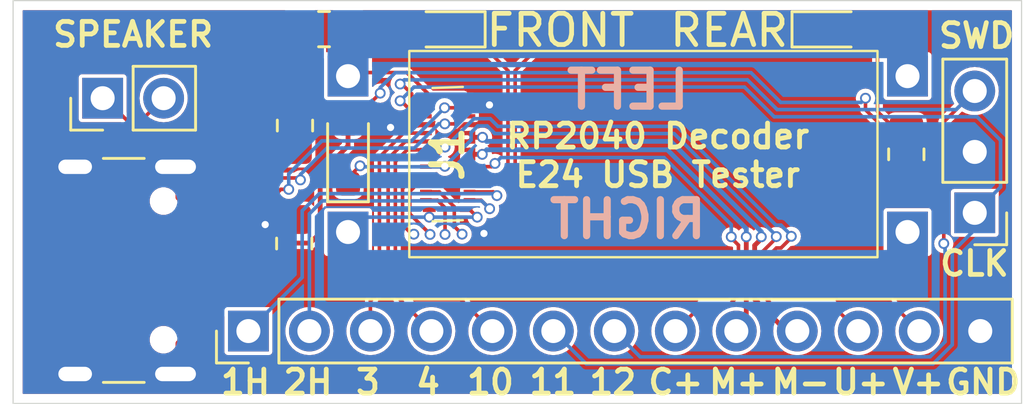
<source format=kicad_pcb>
(kicad_pcb (version 20240108) (generator "pcbnew") (generator_version "8.0")
  (layers (0 "F.Cu" signal) (31 "B.Cu" signal) (34 "B.Paste" user) (35 "F.Paste" user) (36 "B.SilkS" user "B.Silkscreen") (37 "F.SilkS" user "F.Silkscreen") (38 "B.Mask" user) (39 "F.Mask" user) (44 "Edge.Cuts" user))
  (net 0 "")
  (net 1 "+5V")
  (net 2 "GND")
  (net 3 "/D+")
  (net 4 "/D-")
  (net 5 "Net-(P1-CC2)")
  (net 7 "Net-(P1-CC1)")
  (net 9 "VDC")
  (net 10 "/TRACK_RIGHT")
  (net 11 "/MOTOR_B")
  (net 12 "/CAP+")
  (net 13 "/MOTOR_A")
  (net 14 "/AUX1 (VDC)")
  (net 15 "/LAMP_REAR")
  (net 16 "/LAMP_FRONT")
  (net 17 "/AUX2 (VDC)")
  (net 18 "/TRACK_LEFT")
  (net 19 "Net-(D2-A)")
  (net 20 "Net-(D3-A)")
  (net 21 "/AUX7 (VDC)")
  (net 22 "/AUX3")
  (net 23 "/AUX4")
  (net 24 "/AUX6 (VDC)")
  (net 25 "/AUX10")
  (net 26 "/AUX5 (VDC)")
  (net 27 "VCC")
  (net 28 "/AUX8 (VDC)")
  (net 29 "/AUX12")
  (net 30 "/AUX11")
  (footprint "Resistor_SMD:R_0805_2012Metric_Pad1.20x1.40mm_HandSolder" (layer "F.Cu") (at 151.51 85.68 90)
    (property "Reference" "R2" (hide yes))
    (property "Value" "5.1K" (hide yes))
    (fp_line (start -0.227064 -0.735) (end 0.227064 -0.735) (stroke (width 0.12)) (layer "F.SilkS"))
    (fp_line (start -0.227064 0.735) (end 0.227064 0.735) (stroke (width 0.12)) (layer "F.SilkS"))
    (pad "1" smd roundrect (at -1 0 90) (size 1.2 1.4) (layers "F.Cu" "F.Paste" "F.Mask") (roundrect_rratio 0.208333) (net 2 "GND"))
    (pad "2" smd roundrect (at 1 0 90) (size 1.2 1.4) (layers "F.Cu" "F.Paste" "F.Mask") (roundrect_rratio 0.208333) (net 5 "Net-(P1-CC2)"))
  )
  (footprint "Resistor_SMD:R_0805_2012Metric_Pad1.20x1.40mm_HandSolder" (layer "F.Cu") (at 152.75 76.74)
    (property "Reference" "R3" (hide yes))
    (property "Value" "220R" (hide yes))
    (fp_line (start -0.227064 -0.735) (end 0.227064 -0.735) (stroke (width 0.12)) (layer "F.SilkS"))
    (fp_line (start -0.227064 0.735) (end 0.227064 0.735) (stroke (width 0.12)) (layer "F.SilkS"))
    (pad "1" smd roundrect (at -1 0) (size 1.2 1.4) (layers "F.Cu" "F.Paste" "F.Mask") (roundrect_rratio 0.208333) (net 1 "+5V"))
    (pad "2" smd roundrect (at 1 0) (size 1.2 1.4) (layers "F.Cu" "F.Paste" "F.Mask") (roundrect_rratio 0.208333) (net 19 "Net-(D2-A)"))
  )
  (footprint "Resistor_SMD:R_0805_2012Metric_Pad1.20x1.40mm_HandSolder" (layer "F.Cu") (at 151.54 80.76 90)
    (property "Reference" "R1" (hide yes))
    (property "Value" "5.1K" (hide yes))
    (fp_line (start -0.227064 -0.735) (end 0.227064 -0.735) (stroke (width 0.12)) (layer "F.SilkS"))
    (fp_line (start -0.227064 0.735) (end 0.227064 0.735) (stroke (width 0.12)) (layer "F.SilkS"))
    (pad "1" smd roundrect (at -1 0 90) (size 1.2 1.4) (layers "F.Cu" "F.Paste" "F.Mask") (roundrect_rratio 0.208333) (net 7 "Net-(P1-CC1)"))
    (pad "2" smd roundrect (at 1 0 90) (size 1.2 1.4) (layers "F.Cu" "F.Paste" "F.Mask") (roundrect_rratio 0.208333) (net 2 "GND"))
  )
  (footprint "Connector_PinHeader_2.54mm:PinHeader_1x03_P2.54mm_Vertical" (layer "F.Cu") (at 179.85 84.4 180)
    (property "Reference" "J2" (hide yes))
    (property "Value" "SWD" (hide yes))
    (fp_line (start 1.33 1.27) (end 1.33 6.41) (stroke (width 0.12)) (layer "F.SilkS"))
    (fp_line (start -1.33 6.41) (end 1.33 6.41) (stroke (width 0.12)) (layer "F.SilkS"))
    (fp_line (start -1.33 1.27) (end 1.33 1.27) (stroke (width 0.12)) (layer "F.SilkS"))
    (fp_line (start -1.33 1.27) (end -1.33 6.41) (stroke (width 0.12)) (layer "F.SilkS"))
    (fp_line (start -1.33 0) (end -1.33 -1.33) (stroke (width 0.12)) (layer "F.SilkS"))
    (fp_line (start -1.33 -1.33) (end 0 -1.33) (stroke (width 0.12)) (layer "F.SilkS"))
    (pad "1" thru_hole rect (at 0 0 180) (size 1.7 1.7) (drill 1) (layers "*.Cu" "*.Mask") (net 30 "/AUX11"))
    (pad "2" thru_hole oval (at 0 2.54 180) (size 1.7 1.7) (drill 1) (layers "*.Cu" "*.Mask") (net 2 "GND"))
    (pad "3" thru_hole oval (at 0 5.08 180) (size 1.7 1.7) (drill 1) (layers "*.Cu" "*.Mask") (net 29 "/AUX12"))
  )
  (footprint "Connector_PinHeader_2.54mm:PinHeader_1x02_P2.54mm_Vertical" (layer "F.Cu") (at 143.53 79.62 90)
    (property "Reference" "J3" (hide yes))
    (property "Value" "SPEAKER" (hide yes))
    (fp_line (start -1.33 -1.33) (end 0 -1.33) (stroke (width 0.12)) (layer "F.SilkS"))
    (fp_line (start -1.33 0) (end -1.33 -1.33) (stroke (width 0.12)) (layer "F.SilkS"))
    (fp_line (start 1.33 1.27) (end 1.33 3.87) (stroke (width 0.12)) (layer "F.SilkS"))
    (fp_line (start -1.33 1.27) (end 1.33 1.27) (stroke (width 0.12)) (layer "F.SilkS"))
    (fp_line (start -1.33 1.27) (end -1.33 3.87) (stroke (width 0.12)) (layer "F.SilkS"))
    (fp_line (start -1.33 3.87) (end 1.33 3.87) (stroke (width 0.12)) (layer "F.SilkS"))
    (pad "1" thru_hole rect (at 0 0 90) (size 1.7 1.7) (drill 1) (layers "*.Cu" "*.Mask") (net 3 "/D+"))
    (pad "2" thru_hole oval (at 0 2.54 90) (size 1.7 1.7) (drill 1) (layers "*.Cu" "*.Mask") (net 4 "/D-"))
  )
  (footprint "Diode_SMD:D_SOD-323_HandSoldering" (layer "F.Cu") (at 153.75 81.93 90)
    (property "Reference" "D1" (hide yes))
    (property "Value" "Backflow Diode" (hide yes))
    (fp_line (start -2.01 -0.85) (end 1.25 -0.85) (stroke (width 0.12)) (layer "F.SilkS"))
    (fp_line (start -2.01 -0.85) (end -2.01 0.85) (stroke (width 0.12)) (layer "F.SilkS"))
    (fp_line (start -2.01 0.85) (end 1.25 0.85) (stroke (width 0.12)) (layer "F.SilkS"))
    (pad "1" smd roundrect (at -1.25 0 90) (size 1 1) (layers "F.Cu" "F.Paste" "F.Mask") (net 9 "VDC"))
    (pad "2" smd roundrect (at 1.25 0 90) (size 1 1) (layers "F.Cu" "F.Paste" "F.Mask") (net 1 "+5V"))
  )
  (footprint "LED_SMD:LED_0603_1608Metric_Pad1.05x0.95mm_HandSolder" (layer "F.Cu") (at 173.9 76.75)
    (property "Reference" "D3" (hide yes))
    (property "Value" "LAMP_REAR" (hide yes))
    (fp_line (start -1.66 -0.735) (end -1.66 0.735) (stroke (width 0.12)) (layer "F.SilkS"))
    (fp_line (start -1.66 0.735) (end 0.8 0.735) (stroke (width 0.12)) (layer "F.SilkS"))
    (fp_line (start 0.8 -0.735) (end -1.66 -0.735) (stroke (width 0.12)) (layer "F.SilkS"))
    (pad "1" smd roundrect (at -0.875 0) (size 1.05 0.95) (layers "F.Cu" "F.Paste" "F.Mask") (net 15 "/LAMP_REAR"))
    (pad "2" smd roundrect (at 0.875 0) (size 1.05 0.95) (layers "F.Cu" "F.Paste" "F.Mask") (net 20 "Net-(D3-A)"))
  )
  (footprint "Connector_PinHeader_2.54mm:PinHeader_1x13_P2.54mm_Vertical" (layer "F.Cu") (at 149.6 89.33 90)
    (property "Reference" "J4" (hide yes))
    (property "Value" "MISC1" (hide yes))
    (fp_line (start -1.33 -1.33) (end 0 -1.33) (stroke (width 0.12)) (layer "F.SilkS"))
    (fp_line (start -1.33 0) (end -1.33 -1.33) (stroke (width 0.12)) (layer "F.SilkS"))
    (fp_line (start 1.33 1.27) (end 1.33 31.81) (stroke (width 0.12)) (layer "F.SilkS"))
    (fp_line (start -1.33 1.27) (end 1.33 1.27) (stroke (width 0.12)) (layer "F.SilkS"))
    (fp_line (start -1.33 1.27) (end -1.33 31.81) (stroke (width 0.12)) (layer "F.SilkS"))
    (fp_line (start -1.33 31.81) (end 1.33 31.81) (stroke (width 0.12)) (layer "F.SilkS"))
    (pad "1" thru_hole rect (at 0 0 90) (size 1.7 1.7) (drill 1) (layers "*.Cu" "*.Mask") (net 14 "/AUX1 (VDC)"))
    (pad "2" thru_hole oval (at 0 2.54 90) (size 1.7 1.7) (drill 1) (layers "*.Cu" "*.Mask") (net 17 "/AUX2 (VDC)"))
    (pad "3" thru_hole oval (at 0 5.08 90) (size 1.7 1.7) (drill 1) (layers "*.Cu" "*.Mask") (net 22 "/AUX3"))
    (pad "4" thru_hole oval (at 0 7.62 90) (size 1.7 1.7) (drill 1) (layers "*.Cu" "*.Mask") (net 23 "/AUX4"))
    (pad "5" thru_hole oval (at 0 10.16 90) (size 1.7 1.7) (drill 1) (layers "*.Cu" "*.Mask") (net 25 "/AUX10"))
    (pad "6" thru_hole oval (at 0 12.7 90) (size 1.7 1.7) (drill 1) (layers "*.Cu" "*.Mask") (net 30 "/AUX11"))
    (pad "7" thru_hole oval (at 0 15.24 90) (size 1.7 1.7) (drill 1) (layers "*.Cu" "*.Mask") (net 29 "/AUX12"))
    (pad "8" thru_hole oval (at 0 17.78 90) (size 1.7 1.7) (drill 1) (layers "*.Cu" "*.Mask") (net 12 "/CAP+"))
    (pad "9" thru_hole oval (at 0 20.32 90) (size 1.7 1.7) (drill 1) (layers "*.Cu" "*.Mask") (net 13 "/MOTOR_A"))
    (pad "10" thru_hole oval (at 0 22.86 90) (size 1.7 1.7) (drill 1) (layers "*.Cu" "*.Mask") (net 11 "/MOTOR_B"))
    (pad "11" thru_hole oval (at 0 25.4 90) (size 1.7 1.7) (drill 1) (layers "*.Cu" "*.Mask") (net 9 "VDC"))
    (pad "12" thru_hole oval (at 0 27.94 90) (size 1.7 1.7) (drill 1) (layers "*.Cu" "*.Mask") (net 27 "VCC"))
    (pad "13" thru_hole oval (at 0 30.48 90) (size 1.7 1.7) (drill 1) (layers "*.Cu" "*.Mask") (net 2 "GND"))
  )
  (footprint "Connector_USB:USB_C_Receptacle_GCT_USB4105-xx-A_16P_TopMnt_Horizontal" (layer "F.Cu") (at 143.46 86.8 -90)
    (property "Reference" "P1" (hide yes))
    (property "Value" "USB_C_Receptacle_USB2.0_16P" (hide yes))
    (fp_line (start -4.67 -0.1) (end -4.67 -1.8) (stroke (width 0.12)) (layer "F.SilkS"))
    (fp_line (start 4.67 -0.1) (end 4.67 -1.8) (stroke (width 0.12)) (layer "F.SilkS"))
    (pad "" np_thru_hole circle (at -2.89 -2.605 270) (size 0.65 0.65) (drill 0.65) (layers "F&B.Cu" "*.Mask"))
    (pad "" np_thru_hole circle (at 2.89 -2.605 270) (size 0.65 0.65) (drill 0.65) (layers "F&B.Cu" "*.Mask"))
    (pad "A1" smd roundrect (at -3.2 -3.68 270) (size 0.6 1.15) (layers "F.Cu" "F.Paste" "F.Mask") (net 2 "GND"))
    (pad "A4" smd roundrect (at -2.4 -3.68 270) (size 0.6 1.15) (layers "F.Cu" "F.Paste" "F.Mask") (net 1 "+5V"))
    (pad "A5" smd roundrect (at -1.25 -3.68 270) (size 0.3 1.15) (layers "F.Cu" "F.Paste" "F.Mask") (net 7 "Net-(P1-CC1)"))
    (pad "A6" smd roundrect (at -0.25 -3.68 270) (size 0.3 1.15) (layers "F.Cu" "F.Paste" "F.Mask") (net 3 "/D+"))
    (pad "A7" smd roundrect (at 0.25 -3.68 270) (size 0.3 1.15) (layers "F.Cu" "F.Paste" "F.Mask") (net 4 "/D-"))
    (pad "A8" smd roundrect (at 1.25 -3.68 270) (size 0.3 1.15) (layers "F.Cu" "F.Paste" "F.Mask"))
    (pad "A9" smd roundrect (at 2.4 -3.68 270) (size 0.6 1.15) (layers "F.Cu" "F.Paste" "F.Mask") (net 1 "+5V"))
    (pad "A12" smd roundrect (at 3.2 -3.68 270) (size 0.6 1.15) (layers "F.Cu" "F.Paste" "F.Mask") (net 2 "GND"))
    (pad "B1" smd roundrect (at 3.2 -3.68 270) (size 0.6 1.15) (layers "F.Cu" "F.Paste" "F.Mask") (net 2 "GND"))
    (pad "B4" smd roundrect (at 2.4 -3.68 270) (size 0.6 1.15) (layers "F.Cu" "F.Paste" "F.Mask") (net 1 "+5V"))
    (pad "B5" smd roundrect (at 1.75 -3.68 270) (size 0.3 1.15) (layers "F.Cu" "F.Paste" "F.Mask") (net 5 "Net-(P1-CC2)"))
    (pad "B6" smd roundrect (at 0.75 -3.68 270) (size 0.3 1.15) (layers "F.Cu" "F.Paste" "F.Mask") (net 3 "/D+"))
    (pad "B7" smd roundrect (at -0.75 -3.68 270) (size 0.3 1.15) (layers "F.Cu" "F.Paste" "F.Mask") (net 4 "/D-"))
    (pad "B8" smd roundrect (at -1.75 -3.68 270) (size 0.3 1.15) (layers "F.Cu" "F.Paste" "F.Mask"))
    (pad "B9" smd roundrect (at -2.4 -3.68 270) (size 0.6 1.15) (layers "F.Cu" "F.Paste" "F.Mask") (net 1 "+5V"))
    (pad "B12" smd roundrect (at -3.2 -3.68 270) (size 0.6 1.15) (layers "F.Cu" "F.Paste" "F.Mask") (net 2 "GND"))
    (pad "S1" thru_hole oval (at -4.32 -3.105 270) (size 1 2.1) (drill oval 0.6 1.7) (layers "*.Cu" "*.Mask" "F.Paste") (net 2 "GND"))
    (pad "S1" thru_hole oval (at -4.32 1.075 270) (size 1 1.8) (drill oval 0.6 1.4) (layers "*.Cu" "*.Mask" "F.Paste") (net 2 "GND"))
    (pad "S1" thru_hole oval (at 4.32 -3.105 270) (size 1 2.1) (drill oval 0.6 1.7) (layers "*.Cu" "*.Mask" "F.Paste") (net 2 "GND"))
    (pad "S1" thru_hole oval (at 4.32 1.075 270) (size 1 1.8) (drill oval 0.6 1.4) (layers "*.Cu" "*.Mask" "F.Paste") (net 2 "GND"))
  )
  (footprint "Resistor_SMD:R_0805_2012Metric_Pad1.20x1.40mm_HandSolder" (layer "F.Cu") (at 177 81.96 90)
    (property "Reference" "R4" (hide yes))
    (property "Value" "220R" (hide yes))
    (fp_line (start -0.227064 -0.735) (end 0.227064 -0.735) (stroke (width 0.12)) (layer "F.SilkS"))
    (fp_line (start -0.227064 0.735) (end 0.227064 0.735) (stroke (width 0.12)) (layer "F.SilkS"))
    (pad "1" smd roundrect (at -1 0 90) (size 1.2 1.4) (layers "F.Cu" "F.Paste" "F.Mask") (roundrect_rratio 0.208333) (net 1 "+5V"))
    (pad "2" smd roundrect (at 1 0 90) (size 1.2 1.4) (layers "F.Cu" "F.Paste" "F.Mask") (roundrect_rratio 0.208333) (net 20 "Net-(D3-A)"))
  )
  (footprint "Local Library:5050702422" (layer "F.Cu") (at 157.9 81.95 -90)
    (property "Reference" "J1" (at 0 0.001 90) (layer "F.SilkS") (effects (font (size 1.27 1.27) (thickness 0.254))))
    (property "Value" "505070-2422" (hide yes))
    (fp_line (start -2.8 -0.63) (end -2.755 0.63) (stroke (width 0.1)) (layer "F.SilkS"))
    (fp_line (start 2.755 -0.63) (end 2.8 0.63) (stroke (width 0.1)) (layer "F.SilkS"))
    (pad "1" smd rect (at -1.925 -0.907 270) (size 0.18 0.485) (layers "F.Cu" "F.Paste" "F.Mask") (net 3 "/D+"))
    (pad "2" smd rect (at -1.575 -0.907 270) (size 0.18 0.485) (layers "F.Cu" "F.Paste" "F.Mask") (net 4 "/D-"))
    (pad "3" smd rect (at -1.225 -0.907 270) (size 0.18 0.485) (layers "F.Cu" "F.Paste" "F.Mask") (net 2 "GND"))
    (pad "4" smd rect (at -0.875 -0.907 270) (size 0.18 0.485) (layers "F.Cu" "F.Paste" "F.Mask") (net 11 "/MOTOR_B"))
    (pad "5" smd rect (at -0.525 -0.907 270) (size 0.18 0.485) (layers "F.Cu" "F.Paste" "F.Mask") (net 11 "/MOTOR_B"))
    (pad "6" smd rect (at -0.175 -0.907 270) (size 0.18 0.485) (layers "F.Cu" "F.Paste" "F.Mask") (net 13 "/MOTOR_A"))
    (pad "7" smd rect (at 0.175 -0.907 270) (size 0.18 0.485) (layers "F.Cu" "F.Paste" "F.Mask") (net 13 "/MOTOR_A"))
    (pad "8" smd rect (at 0.525 -0.907 270) (size 0.18 0.485) (layers "F.Cu" "F.Paste" "F.Mask") (net 12 "/CAP+"))
    (pad "9" smd rect (at 0.875 -0.907 270) (size 0.18 0.485) (layers "F.Cu" "F.Paste" "F.Mask") (net 16 "/LAMP_FRONT"))
    (pad "10" smd rect (at 1.225 -0.907 270) (size 0.18 0.485) (layers "F.Cu" "F.Paste" "F.Mask") (net 15 "/LAMP_REAR"))
    (pad "11" smd rect (at 1.575 -0.907 270) (size 0.18 0.485) (layers "F.Cu" "F.Paste" "F.Mask") (net 14 "/AUX1 (VDC)"))
    (pad "12" smd rect (at 1.925 -0.907 270) (size 0.18 0.485) (layers "F.Cu" "F.Paste" "F.Mask") (net 17 "/AUX2 (VDC)"))
    (pad "13" smd rect (at 1.925 0.908 270) (size 0.18 0.485) (layers "F.Cu" "F.Paste" "F.Mask") (net 28 "/AUX8 (VDC)"))
    (pad "14" smd rect (at 1.575 0.908 270) (size 0.18 0.485) (layers "F.Cu" "F.Paste" "F.Mask") (net 21 "/AUX7 (VDC)"))
    (pad "15" smd rect (at 1.225 0.908 270) (size 0.18 0.485) (layers "F.Cu" "F.Paste" "F.Mask") (net 24 "/AUX6 (VDC)"))
    (pad "16" smd rect (at 0.875 0.908 270) (size 0.18 0.485) (layers "F.Cu" "F.Paste" "F.Mask") (net 26 "/AUX5 (VDC)"))
    (pad "17" smd rect (at 0.525 0.908 270) (size 0.18 0.485) (layers "F.Cu" "F.Paste" "F.Mask") (net 9 "VDC"))
    (pad "18" smd rect (at 0.175 0.908 270) (size 0.18 0.485) (layers "F.Cu" "F.Paste" "F.Mask") (net 27 "VCC"))
    (pad "19" smd rect (at -0.175 0.908 270) (size 0.18 0.485) (layers "F.Cu" "F.Paste" "F.Mask") (net 25 "/AUX10"))
    (pad "20" smd rect (at -0.525 0.908 270) (size 0.18 0.485) (layers "F.Cu" "F.Paste" "F.Mask") (net 23 "/AUX4"))
    (pad "21" smd rect (at -0.875 0.908 270) (size 0.18 0.485) (layers "F.Cu" "F.Paste" "F.Mask") (net 22 "/AUX3"))
    (pad "22" smd rect (at -1.225 0.908 270) (size 0.18 0.485) (layers "F.Cu" "F.Paste" "F.Mask") (net 2 "GND"))
    (pad "23" smd rect (at -1.575 0.908 270) (size 0.18 0.485) (layers "F.Cu" "F.Paste" "F.Mask") (net 30 "/AUX11"))
    (pad "24" smd rect (at -1.925 0.908 270) (size 0.18 0.485) (layers "F.Cu" "F.Paste" "F.Mask") (net 29 "/AUX12"))
    (pad "X1A" smd rect (at -2.3 -0.768 270) (size 0.23 0.535) (layers "F.Cu" "F.Paste" "F.Mask") (net 18 "/TRACK_LEFT"))
    (pad "X1B" smd rect (at -2.3 0.768 270) (size 0.23 0.535) (layers "F.Cu" "F.Paste" "F.Mask") (net 18 "/TRACK_LEFT"))
    (pad "X2A" smd rect (at 2.3 -0.768 270) (size 0.23 0.535) (layers "F.Cu" "F.Paste" "F.Mask") (net 10 "/TRACK_RIGHT"))
    (pad "X2B" smd rect (at 2.3 0.768 270) (size 0.23 0.535) (layers "F.Cu" "F.Paste" "F.Mask") (net 10 "/TRACK_RIGHT"))
  )
  (footprint "LED_SMD:LED_0603_1608Metric_Pad1.05x0.95mm_HandSolder" (layer "F.Cu") (at 157.8 76.75 180)
    (property "Reference" "D2" (hide yes))
    (property "Value" "LAMP_FRONT" (hide yes))
    (fp_line (start 0.8 -0.735) (end -1.66 -0.735) (stroke (width 0.12)) (layer "F.SilkS"))
    (fp_line (start -1.66 0.735) (end 0.8 0.735) (stroke (width 0.12)) (layer "F.SilkS"))
    (fp_line (start -1.66 -0.735) (end -1.66 0.735) (stroke (width 0.12)) (layer "F.SilkS"))
    (pad "1" smd roundrect (at -0.875 0 180) (size 1.05 0.95) (layers "F.Cu" "F.Paste" "F.Mask") (net 16 "/LAMP_FRONT"))
    (pad "2" smd roundrect (at 0.875 0 180) (size 1.05 0.95) (layers "F.Cu" "F.Paste" "F.Mask") (net 19 "Net-(D2-A)"))
  )
  (footprint "Local Library:N_Gauge_Rail" (layer "B.Cu") (at 165.4 81.95 180)
    (property "Reference" "J8" (hide yes))
    (property "Value" "RAIL_PADS" (hide yes))
    (fp_text user "RIGHT" (at 0 -3.6 0) (layer "B.SilkS") (effects (font (size 1.5 1.5) (thickness 0.3) (bold yes)) (justify bottom mirror)))
    (fp_text user "LEFT" (at 0 1.8 0) (layer "B.SilkS") (effects (font (size 1.5 1.5) (thickness 0.3) (bold yes)) (justify bottom mirror)))
    (pad "1" thru_hole rect (at -11.65 3.25 180) (size 1.7 1.7) (drill 1) (layers "*.Cu" "*.Mask") (net 18 "/TRACK_LEFT"))
    (pad "1" smd custom (at 0 5 180) (size 25 2) (layers "B.Cu" "B.Mask") (net 18 "/TRACK_LEFT") (options (clearance outline) (anchor rect)) (primitives))
    (pad "1" thru_hole rect (at 11.65 3.25 180) (size 1.7 1.7) (drill 1) (layers "*.Cu" "*.Mask") (net 18 "/TRACK_LEFT"))
    (pad "2" thru_hole rect (at -11.65 -3.25 180) (size 1.7 1.7) (drill 1) (layers "*.Cu" "*.Mask") (net 10 "/TRACK_RIGHT"))
    (pad "2" smd custom (at 0 -5 180) (size 25 2) (layers "B.Cu" "B.Mask") (net 10 "/TRACK_RIGHT") (options (clearance outline) (anchor rect)) (primitives))
    (pad "2" thru_hole rect (at 11.65 -3.25 180) (size 1.7 1.7) (drill 1) (layers "*.Cu" "*.Mask") (net 10 "/TRACK_RIGHT"))
  )
  (gr_rect (start 156.3 77.65) (end 175.8 86.25) (stroke (width 0.1)) (fill none) (layer "F.SilkS"))
  (gr_rect (start 139.8 75.55) (end 181.8 92.35) (stroke (width 0.05)) (fill none) (layer "Edge.Cuts"))
  (gr_text "U+" (at 175.1 92.05 0) (layer "F.SilkS") (effects (font (size 1 1) (thickness 0.2) (bold yes)) (justify bottom)))
  (gr_text "M-" (at 172.6 92.05 0) (layer "F.SilkS") (effects (font (size 1 1) (thickness 0.2) (bold yes)) (justify bottom)))
  (gr_text "SPEAKER" (at 144.8 77.55 0) (layer "F.SilkS") (effects (font (size 1 1) (thickness 0.2) (bold yes)) (justify bottom)))
  (gr_text "C+" (at 167.4 92.05 0) (layer "F.SilkS") (effects (font (size 1 1) (thickness 0.2) (bold yes)) (justify bottom)))
  (gr_text "10" (at 159.68 92.05 0) (layer "F.SilkS") (effects (font (size 1 1) (thickness 0.2) (bold yes)) (justify bottom)))
  (gr_text "RP2040 Decoder\nE24 USB Tester" (at 166.65 83.4 0) (layer "F.SilkS") (effects (font (size 1 1) (thickness 0.2) (bold yes)) (justify bottom)))
  (gr_text "3" (at 154.58 92.05 0) (layer "F.SilkS") (effects (font (size 1 1) (thickness 0.2) (bold yes)) (justify bottom)))
  (gr_text "V+" (at 177.5 92.05 0) (layer "F.SilkS") (effects (font (size 1 1) (thickness 0.2) (bold yes)) (justify bottom)))
  (gr_text "2H" (at 152.08 92.05 0) (layer "F.SilkS") (effects (font (size 1 1) (thickness 0.2) (bold yes)) (justify bottom)))
  (gr_text "12" (at 164.78 92.05 0) (layer "F.SilkS") (effects (font (size 1 1) (thickness 0.2) (bold yes)) (justify bottom)))
  (gr_text "SWD" (at 178.25 77.6 0) (layer "F.SilkS") (effects (font (size 1 1) (thickness 0.2) (bold yes)) (justify left bottom)))
  (gr_text "GND" (at 180.2 92.05 0) (layer "F.SilkS") (effects (font (size 1 1) (thickness 0.2) (bold yes)) (justify bottom)))
  (gr_text "REAR" (at 172.2 77.55 0) (layer "F.SilkS") (effects (font (size 1.3 1.3) (thickness 0.2) (bold yes)) (justify right bottom)))
  (gr_text "11" (at 162.28 92.05 0) (layer "F.SilkS") (effects (font (size 1 1) (thickness 0.2) (bold yes)) (justify bottom)))
  (gr_text "FRONT" (at 159.4 77.55 0) (layer "F.SilkS") (effects (font (size 1.3 1.3) (thickness 0.2) (bold yes)) (justify left bottom)))
  (gr_text "1H" (at 149.48 92.05 0) (layer "F.SilkS") (effects (font (size 1 1) (thickness 0.2) (bold yes)) (justify bottom)))
  (gr_text "4" (at 157.08 92.05 0) (layer "F.SilkS") (effects (font (size 1 1) (thickness 0.2) (bold yes)) (justify bottom)))
  (gr_text "CLK" (at 178.3 87.1 0) (layer "F.SilkS") (effects (font (size 1 1) (thickness 0.2) (bold yes)) (justify left bottom)))
  (gr_text "M+" (at 170 92.05 0) (layer "F.SilkS") (effects (font (size 1 1) (thickness 0.2) (bold yes)) (justify bottom)))
  (segment (start 147.71962 89.2) (end 147.14 89.2) (width 0.2) (layer "F.Cu") (net 1))
  (segment (start 153.75 80.68) (end 153.66 80.77) (width 0.2) (layer "F.Cu") (net 1))
  (segment (start 152.61 79.71) (end 152.61 77.6) (width 0.15) (layer "F.Cu") (net 1))
  (segment (start 152.59 82.77) (end 152.59 85.24) (width 0.2) (layer "F.Cu") (net 1))
  (segment (start 151.01 80.77) (end 150.5 81.28) (width 0.2) (layer "F.Cu") (net 1))
  (segment (start 175.8 81.76) (end 177 82.96) (width 0.15) (layer "F.Cu") (net 1))
  (segment (start 175.3 79.62) (end 175.3 80.099264) (width 0.15) (layer "F.Cu") (net 1))
  (segment (start 153.75 80.68) (end 153.58 80.68) (width 0.15) (layer "F.Cu") (net 1))
  (segment (start 150.5 81.28) (end 150.5 82.04) (width 0.2) (layer "F.Cu") (net 1))
  (segment (start 153.75 80.68) (end 153.75 81.61) (width 0.2) (layer "F.Cu") (net 1))
  (segment (start 150.5 82.04) (end 148.14 84.4) (width 0.2) (layer "F.Cu") (net 1))
  (segment (start 153.66 80.77) (end 151.01 80.77) (width 0.2) (layer "F.Cu") (net 1))
  (segment (start 152.59 85.24) (end 152.17 85.66) (width 0.2) (layer "F.Cu") (net 1))
  (segment (start 148.14 84.4) (end 147.14 84.4) (width 0.2) (layer "F.Cu") (net 1))
  (segment (start 152.17 85.66) (end 150.87962 85.66) (width 0.2) (layer "F.Cu") (net 1))
  (segment (start 153.75 81.61) (end 152.59 82.77) (width 0.2) (layer "F.Cu") (net 1))
  (segment (start 153.58 80.68) (end 152.61 79.71) (width 0.15) (layer "F.Cu") (net 1))
  (segment (start 175.8 80.599264) (end 175.8 81.76) (width 0.15) (layer "F.Cu") (net 1))
  (segment (start 175.3 80.099264) (end 175.8 80.599264) (width 0.15) (layer "F.Cu") (net 1))
  (segment (start 155.09 79.41) (end 153.82 80.68) (width 0.15) (layer "F.Cu") (net 1))
  (segment (start 153.82 80.68) (end 153.75 80.68) (width 0.15) (layer "F.Cu") (net 1))
  (segment (start 150.87962 85.66) (end 148.465 88.07462) (width 0.2) (layer "F.Cu") (net 1))
  (segment (start 152.61 77.6) (end 151.75 76.74) (width 0.15) (layer "F.Cu") (net 1))
  (segment (start 148.465 88.07462) (end 148.465 88.45462) (width 0.2) (layer "F.Cu") (net 1))
  (segment (start 148.465 88.45462) (end 147.71962 89.2) (width 0.2) (layer "F.Cu") (net 1))
  (via (at 175.3 79.62) (size 0.45) (drill 0.3) (layers "F.Cu" "B.Cu") (net 1))
  (via (at 155.09 79.41) (size 0.45) (drill 0.3) (layers "F.Cu" "B.Cu") (net 1))
  (segment (start 155.715 78.555) (end 155.09 79.18) (width 0.15) (layer "B.Cu") (net 1))
  (segment (start 170.529264 78.555) (end 155.715 78.555) (width 0.15) (layer "B.Cu") (net 1))
  (segment (start 175.3 79.62) (end 175.125 79.795) (width 0.15) (layer "B.Cu") (net 1))
  (segment (start 155.09 79.18) (end 155.09 79.41) (width 0.15) (layer "B.Cu") (net 1))
  (segment (start 171.769264 79.795) (end 170.529264 78.555) (width 0.15) (layer "B.Cu") (net 1))
  (segment (start 175.125 79.795) (end 171.769264 79.795) (width 0.15) (layer "B.Cu") (net 1))
  (segment (start 155.635 80.725) (end 156.992 80.725) (width 0.15) (layer "F.Cu") (net 2))
  (segment (start 159.64 80.34) (end 159.255 80.725) (width 0.15) (layer "F.Cu") (net 2))
  (segment (start 155.52 80.84) (end 155.635 80.725) (width 0.15) (layer "F.Cu") (net 2))
  (segment (start 159.64 79.9) (end 159.64 80.34) (width 0.15) (layer "F.Cu") (net 2))
  (segment (start 159.255 80.725) (end 158.807 80.725) (width 0.15) (layer "F.Cu") (net 2))
  (via (at 159.41 85.26) (size 0.45) (drill 0.3) (layers "F.Cu" "B.Cu") (net 2))
  (via (at 155.52 80.84) (size 0.45) (drill 0.3) (layers "F.Cu" "B.Cu") (net 2))
  (via (at 150.3 84.89) (size 0.45) (drill 0.3) (layers "F.Cu" "B.Cu") (net 2))
  (via (at 159.64 79.9) (size 0.45) (drill 0.3) (layers "F.Cu" "B.Cu") (net 2))
  (segment (start 143.62 79.62) (end 144.7 80.7) (width 0.15) (layer "F.Cu") (net 3))
  (segment (start 146.638656 87.55) (end 147.14 87.55) (width 0.15) (layer "F.Cu") (net 3))
  (segment (start 144.7 85.611344) (end 146.638656 87.55) (width 0.15) (layer "F.Cu") (net 3))
  (segment (start 157.77 80.02) (end 158.802 80.02) (width 0.15) (layer "F.Cu") (net 3))
  (segment (start 143.53 79.62) (end 143.62 79.62) (width 0.15) (layer "F.Cu") (net 3))
  (segment (start 147.822512 86.55) (end 147.714999 86.55) (width 0.15) (layer "F.Cu") (net 3))
  (segment (start 158.802 80.02) (end 158.807 80.025) (width 0.15) (layer "F.Cu") (net 3))
  (segment (start 147.81 87.55) (end 147.14 87.55) (width 0.15) (layer "F.Cu") (net 3))
  (segment (start 147.94 87.42) (end 147.81 87.55) (width 0.15) (layer "F.Cu") (net 3))
  (segment (start 147.94 86.775001) (end 147.94 87.42) (width 0.15) (layer "F.Cu") (net 3))
  (segment (start 147.714999 86.55) (end 147.94 86.775001) (width 0.15) (layer "F.Cu") (net 3))
  (segment (start 147.14 86.55) (end 147.714999 86.55) (width 0.15) (layer "F.Cu") (net 3))
  (segment (start 144.7 80.7) (end 144.7 85.611344) (width 0.15) (layer "F.Cu") (net 3))
  (segment (start 151.28 83.42) (end 150.952512 83.42) (width 0.15) (layer "F.Cu") (net 3))
  (segment (start 150.952512 83.42) (end 147.822512 86.55) (width 0.15) (layer "F.Cu") (net 3))
  (via (at 157.77 80.02) (size 0.45) (drill 0.3) (layers "F.Cu" "B.Cu") (net 3))
  (via (at 151.28 83.42) (size 0.45) (drill 0.3) (layers "F.Cu" "B.Cu") (net 3))
  (segment (start 151.595 82.465) (end 152.66 81.4) (width 0.15) (layer "B.Cu") (net 3))
  (segment (start 151.28 83.42) (end 151.28 82.778248) (width 0.15) (layer "B.Cu") (net 3))
  (segment (start 151.28 82.778248) (end 151.593248 82.465) (width 0.15) (layer "B.Cu") (net 3))
  (segment (start 152.66 81.4) (end 156.39 81.4) (width 0.15) (layer "B.Cu") (net 3))
  (segment (start 156.39 81.4) (end 157.77 80.02) (width 0.15) (layer "B.Cu") (net 3))
  (segment (start 151.593248 82.465) (end 151.595 82.465) (width 0.15) (layer "B.Cu") (net 3))
  (segment (start 151.766724 83.027917) (end 151.683807 82.945) (width 0.15) (layer "F.Cu") (net 4))
  (segment (start 146.56 86.05) (end 147.14 86.05) (width 0.15) (layer "F.Cu") (net 4))
  (segment (start 145 80.69) (end 145 85.48708) (width 0.15) (layer "F.Cu") (net 4))
  (segment (start 157.78 80.69) (end 158.177876 80.69) (width 0.15) (layer "F.Cu") (net 4))
  (segment (start 151.003248 82.945) (end 147.898248 86.05) (width 0.15) (layer "F.Cu") (net 4))
  (segment (start 145 85.48708) (end 146.56292 87.05) (width 0.15) (layer "F.Cu") (net 4))
  (segment (start 146.34 86.824999) (end 146.34 86.27) (width 0.15) (layer "F.Cu") (net 4))
  (segment (start 158.177876 80.69) (end 158.492876 80.375) (width 0.15) (layer "F.Cu") (net 4))
  (segment (start 147.898248 86.05) (end 147.14 86.05) (width 0.15) (layer "F.Cu") (net 4))
  (segment (start 146.56292 87.05) (end 147.14 87.05) (width 0.15) (layer "F.Cu") (net 4))
  (segment (start 146.34 86.27) (end 146.56 86.05) (width 0.15) (layer "F.Cu") (net 4))
  (segment (start 146.07 79.62) (end 145 80.69) (width 0.15) (layer "F.Cu") (net 4))
  (segment (start 147.14 87.05) (end 146.565001 87.05) (width 0.15) (layer "F.Cu") (net 4))
  (segment (start 158.492876 80.375) (end 158.807 80.375) (width 0.15) (layer "F.Cu") (net 4))
  (segment (start 146.565001 87.05) (end 146.34 86.824999) (width 0.15) (layer "F.Cu") (net 4))
  (segment (start 151.683807 82.945) (end 151.003248 82.945) (width 0.15) (layer "F.Cu") (net 4))
  (via (at 151.766724 83.027917) (size 0.45) (drill 0.3) (layers "F.Cu" "B.Cu") (net 4))
  (via (at 157.78 80.69) (size 0.45) (drill 0.3) (layers "F.Cu" "B.Cu") (net 4))
  (segment (start 151.766724 83.027917) (end 151.766724 82.803276) (width 0.15) (layer "B.Cu") (net 4))
  (segment (start 151.766724 82.803276) (end 152.87 81.7) (width 0.15) (layer "B.Cu") (net 4))
  (segment (start 156.514264 81.7) (end 157.524264 80.69) (width 0.15) (layer "B.Cu") (net 4))
  (segment (start 152.87 81.7) (end 156.514264 81.7) (width 0.15) (layer "B.Cu") (net 4))
  (segment (start 157.524264 80.69) (end 157.78 80.69) (width 0.15) (layer "B.Cu") (net 4))
  (segment (start 147.91 88.55) (end 148.14 88.32) (width 0.15) (layer "F.Cu") (net 5))
  (segment (start 147.14 88.55) (end 147.91 88.55) (width 0.15) (layer "F.Cu") (net 5))
  (segment (start 148.14 87.940001) (end 148.29 87.79) (width 0.15) (layer "F.Cu") (net 5))
  (segment (start 148.14 88.32) (end 148.14 87.940001) (width 0.15) (layer "F.Cu") (net 5))
  (segment (start 151.4 84.68) (end 151.51 84.68) (width 0.15) (layer "F.Cu") (net 5))
  (segment (start 148.29 87.79) (end 151.4 84.68) (width 0.15) (layer "F.Cu") (net 5))
  (segment (start 147.641344 85.55) (end 147.94 85.251344) (width 0.15) (layer "F.Cu") (net 7))
  (segment (start 151.23962 81.76) (end 151.54 81.76) (width 0.15) (layer "F.Cu") (net 7))
  (segment (start 147.94 85.05962) (end 151.23962 81.76) (width 0.15) (layer "F.Cu") (net 7))
  (segment (start 147.94 85.251344) (end 147.94 85.05962) (width 0.15) (layer "F.Cu") (net 7))
  (segment (start 147.14 85.55) (end 147.641344 85.55) (width 0.15) (layer "F.Cu") (net 7))
  (segment (start 171.010003 86.021755) (end 171.010003 87.840003) (width 0.15) (layer "F.Cu") (net 9))
  (segment (start 171.42 88.25) (end 173.92 88.25) (width 0.15) (layer "F.Cu") (net 9))
  (segment (start 157.765 82.475) (end 156.992 82.475) (width 0.15) (layer "F.Cu") (net 9))
  (segment (start 171.584922 85.446836) (end 171.010003 86.021755) (width 0.15) (layer "F.Cu") (net 9))
  (segment (start 154.25 82.44) (end 153.75 82.94) (width 0.15) (layer "F.Cu") (net 9))
  (segment (start 153.75 82.94) (end 153.75 83.18) (width 0.15) (layer "F.Cu") (net 9))
  (segment (start 171.584922 85.389585) (end 171.584922 85.446836) (width 0.15) (layer "F.Cu") (net 9))
  (segment (start 157.78 82.46) (end 157.765 82.475) (width 0.15) (layer "F.Cu") (net 9))
  (segment (start 173.92 88.25) (end 175 89.33) (width 0.15) (layer "F.Cu") (net 9))
  (segment (start 171.010003 87.840003) (end 171.42 88.25) (width 0.15) (layer "F.Cu") (net 9))
  (via (at 157.78 82.46) (size 0.45) (drill 0.3) (layers "F.Cu" "B.Cu") (net 9))
  (via (at 171.584922 85.389585) (size 0.45) (drill 0.3) (layers "F.Cu" "B.Cu") (net 9))
  (via (at 154.25 82.44) (size 0.45) (drill 0.3) (layers "F.Cu" "B.Cu") (net 9))
  (segment (start 157.78 82.46) (end 157.76 82.48) (width 0.15) (layer "B.Cu") (net 9))
  (segment (start 157.78 82.46) (end 158.875 81.365) (width 0.15) (layer "B.Cu") (net 9))
  (segment (start 157.78 82.46) (end 157.77 82.45) (width 0.15) (layer "B.Cu") (net 9))
  (segment (start 159.825 81.053248) (end 159.825 81.065) (width 0.15) (layer "B.Cu") (net 9))
  (segment (start 157.76 82.48) (end 154.29 82.48) (width 0.15) (layer "B.Cu") (net 9))
  (segment (start 159.153248 80.775) (end 159.546752 80.775) (width 0.15) (layer "B.Cu") (net 9))
  (segment (start 167.326758 81.095) (end 171.584922 85.353164) (width 0.15) (layer "B.Cu") (net 9))
  (segment (start 159.825 81.065) (end 159.855 81.095) (width 0.15) (layer "B.Cu") (net 9))
  (segment (start 154.29 82.48) (end 154.25 82.44) (width 0.15) (layer "B.Cu") (net 9))
  (segment (start 159.855 81.095) (end 167.326758 81.095) (width 0.15) (layer "B.Cu") (net 9))
  (segment (start 158.875 81.365) (end 158.875 81.053248) (width 0.15) (layer "B.Cu") (net 9))
  (segment (start 157.77 82.45) (end 157.75 82.45) (width 0.15) (layer "B.Cu") (net 9))
  (segment (start 159.546752 80.775) (end 159.825 81.053248) (width 0.15) (layer "B.Cu") (net 9))
  (segment (start 158.875 81.053248) (end 159.153248 80.775) (width 0.15) (layer "B.Cu") (net 9))
  (segment (start 171.584922 85.353164) (end 171.584922 85.389585) (width 0.15) (layer "B.Cu") (net 9))
  (segment (start 158.8 84.25) (end 158.668 84.25) (width 0.15) (layer "F.Cu") (net 10))
  (segment (start 159.13 84.58) (end 158.8 84.25) (width 0.15) (layer "F.Cu") (net 10))
  (segment (start 157.132 84.578) (end 157.132 84.25) (width 0.15) (layer "F.Cu") (net 10))
  (segment (start 157.13 84.58) (end 157.132 84.578) (width 0.15) (layer "F.Cu") (net 10))
  (via (at 159.13 84.58) (size 0.45) (drill 0.3) (layers "F.Cu" "B.Cu") (net 10))
  (via (at 157.13 84.58) (size 0.45) (drill 0.3) (layers "F.Cu" "B.Cu") (net 10))
  (segment (start 157.13 84.58) (end 159.13 84.58) (width 0.15) (layer "B.Cu") (net 10))
  (segment (start 157.13 84.58) (end 154.37 84.58) (width 0.15) (layer "B.Cu") (net 10))
  (segment (start 154.37 84.58) (end 153.75 85.2) (width 0.15) (layer "B.Cu") (net 10))
  (segment (start 158.982 81.25) (end 158.807 81.075) (width 0.2) (layer "F.Cu") (net 11))
  (segment (start 159.35 81.25) (end 158.982 81.25) (width 0.2) (layer "F.Cu") (net 11))
  (segment (start 158.982 81.25) (end 158.807 81.425) (width 0.2) (layer "F.Cu") (net 11))
  (segment (start 170.685003 85.757107) (end 170.685003 88.005003) (width 0.2) (layer "F.Cu") (net 11))
  (segment (start 170.685003 88.005003) (end 172.01 89.33) (width 0.2) (layer "F.Cu") (net 11))
  (segment (start 170.960006 85.4) (end 170.960006 85.482104) (width 0.2) (layer "F.Cu") (net 11))
  (segment (start 170.960006 85.482104) (end 170.685003 85.757107) (width 0.2) (layer "F.Cu") (net 11))
  (segment (start 172.01 89.33) (end 172.46 89.33) (width 0.2) (layer "F.Cu") (net 11))
  (via (at 170.960006 85.4) (size 0.45) (drill 0.3) (layers "F.Cu" "B.Cu") (net 11))
  (via (at 159.35 81.25) (size 0.45) (drill 0.3) (layers "F.Cu" "B.Cu") (net 11))
  (segment (start 159.52 81.42) (end 159.35 81.25) (width 0.2) (layer "B.Cu") (net 11))
  (segment (start 170.960006 85.187868) (end 167.192138 81.42) (width 0.2) (layer "B.Cu") (net 11))
  (segment (start 167.192138 81.42) (end 159.52 81.42) (width 0.2) (layer "B.Cu") (net 11))
  (segment (start 170.960006 85.4) (end 170.960006 85.187868) (width 0.2) (layer "B.Cu") (net 11))
  (segment (start 169.71 85.446749) (end 170.010003 85.746752) (width 0.15) (layer "F.Cu") (net 12))
  (segment (start 159.87 82.34) (end 159.735 82.475) (width 0.15) (layer "F.Cu") (net 12))
  (segment (start 170.010003 85.746752) (end 170.010003 87.849997) (width 0.15) (layer "F.Cu") (net 12))
  (segment (start 169.61 88.25) (end 168.47 88.25) (width 0.15) (layer "F.Cu") (net 12))
  (segment (start 159.735 82.475) (end 158.807 82.475) (width 0.15) (layer "F.Cu") (net 12))
  (segment (start 170.010003 87.849997) (end 169.61 88.25) (width 0.15) (layer "F.Cu") (net 12))
  (segment (start 168.47 88.25) (end 167.39 89.33) (width 0.15) (layer "F.Cu") (net 12))
  (segment (start 167.39 89.33) (end 167.38 89.33) (width 0.15) (layer "F.Cu") (net 12))
  (segment (start 169.71 85.4) (end 169.71 85.446749) (width 0.15) (layer "F.Cu") (net 12))
  (via (at 169.71 85.4) (size 0.45) (drill 0.3) (layers "F.Cu" "B.Cu") (net 12))
  (via (at 159.87 82.34) (size 0.45) (drill 0.3) (layers "F.Cu" "B.Cu") (net 12))
  (segment (start 169.71 84.892456) (end 166.912544 82.095) (width 0.15) (layer "B.Cu") (net 12))
  (segment (start 169.71 85.4) (end 169.71 84.892456) (width 0.15) (layer "B.Cu") (net 12))
  (segment (start 166.912544 82.095) (end 160.115 82.095) (width 0.15) (layer "B.Cu") (net 12))
  (segment (start 160.115 82.095) (end 159.87 82.34) (width 0.15) (layer "B.Cu") (net 12))
  (segment (start 158.992 81.96) (end 158.807 81.775) (width 0.2) (layer "F.Cu") (net 13))
  (segment (start 158.992 81.96) (end 158.972 81.96) (width 0.2) (layer "F.Cu") (net 13))
  (segment (start 158.972 81.96) (end 158.807 82.125) (width 0.2) (layer "F.Cu") (net 13))
  (segment (start 170.335003 85.4) (end 170.335003 88.914997) (width 0.2) (layer "F.Cu") (net 13))
  (segment (start 170.335003 88.914997) (end 169.92 89.33) (width 0.2) (layer "F.Cu") (net 13))
  (segment (start 159.34 81.96) (end 158.992 81.96) (width 0.2) (layer "F.Cu") (net 13))
  (via (at 170.335003 85.4) (size 0.45) (drill 0.3) (layers "F.Cu" "B.Cu") (net 13))
  (via (at 159.34 81.96) (size 0.45) (drill 0.3) (layers "F.Cu" "B.Cu") (net 13))
  (segment (start 170.335003 85.057839) (end 167.047164 81.77) (width 0.2) (layer "B.Cu") (net 13))
  (segment (start 170.335003 85.4) (end 170.335003 85.057839) (width 0.2) (layer "B.Cu") (net 13))
  (segment (start 167.047164 81.77) (end 159.53 81.77) (width 0.2) (layer "B.Cu") (net 13))
  (segment (start 159.53 81.77) (end 159.34 81.96) (width 0.2) (layer "B.Cu") (net 13))
  (segment (start 159.795 83.525) (end 158.807 83.525) (width 0.15) (layer "F.Cu") (net 14))
  (segment (start 159.95 83.68) (end 159.795 83.525) (width 0.15) (layer "F.Cu") (net 14))
  (via (at 159.95 83.68) (size 0.45) (drill 0.3) (layers "F.Cu" "B.Cu") (net 14))
  (segment (start 159.87 83.6) (end 152.555736 83.6) (width 0.15) (layer "B.Cu") (net 14))
  (segment (start 152.555736 83.6) (end 151.84 84.315736) (width 0.15) (layer "B.Cu") (net 14))
  (segment (start 151.84 87.09) (end 149.6 89.33) (width 0.15) (layer "B.Cu") (net 14))
  (segment (start 159.95 83.68) (end 159.87 83.6) (width 0.15) (layer "B.Cu") (net 14))
  (segment (start 151.84 84.315736) (end 151.84 87.09) (width 0.15) (layer "B.Cu") (net 14))
  (segment (start 160.71 78.47) (end 161.53 77.65) (width 0.15) (layer "F.Cu") (net 15))
  (segment (start 161.53 77.65) (end 172.125 77.65) (width 0.15) (layer "F.Cu") (net 15))
  (segment (start 172.125 77.65) (end 173.025 76.75) (width 0.15) (layer "F.Cu") (net 15))
  (segment (start 160.185 83.175) (end 160.71 82.65) (width 0.15) (layer "F.Cu") (net 15))
  (segment (start 160.71 82.65) (end 160.71 78.47) (width 0.15) (layer "F.Cu") (net 15))
  (segment (start 158.807 83.175) (end 160.185 83.175) (width 0.15) (layer "F.Cu") (net 15))
  (segment (start 158.807 82.825) (end 160.056752 82.825) (width 0.15) (layer "F.Cu") (net 16))
  (segment (start 158.69 76.75) (end 158.675 76.75) (width 0.15) (layer "F.Cu") (net 16))
  (segment (start 160.41 82.471752) (end 160.41 78.47) (width 0.15) (layer "F.Cu") (net 16))
  (segment (start 160.056752 82.825) (end 160.41 82.471752) (width 0.15) (layer "F.Cu") (net 16))
  (segment (start 160.41 78.47) (end 158.69 76.75) (width 0.15) (layer "F.Cu") (net 16))
  (segment (start 159.29344 83.875) (end 158.807 83.875) (width 0.15) (layer "F.Cu") (net 17))
  (segment (start 159.646481 84.228041) (end 159.29344 83.875) (width 0.15) (layer "F.Cu") (net 17))
  (via (at 159.646481 84.228041) (size 0.45) (drill 0.3) (layers "F.Cu" "B.Cu") (net 17))
  (segment (start 152.14 84.44) (end 152.14 89.33) (width 0.15) (layer "B.Cu") (net 17))
  (segment (start 159.646481 84.228041) (end 159.31844 83.9) (width 0.15) (layer "B.Cu") (net 17))
  (segment (start 152.68 83.9) (end 152.14 84.44) (width 0.15) (layer "B.Cu") (net 17))
  (segment (start 159.31844 83.9) (end 152.68 83.9) (width 0.15) (layer "B.Cu") (net 17))
  (segment (start 153.75 78.7) (end 153.9 78.55) (width 0.15) (layer "F.Cu") (net 18))
  (segment (start 153.9 78.55) (end 156.2 78.55) (width 0.15) (layer "F.Cu") (net 18))
  (segment (start 157.132 79.482) (end 157.132 79.65) (width 0.15) (layer "F.Cu") (net 18))
  (segment (start 157.18 79.53) (end 156.2 78.55) (width 0.15) (layer "F.Cu") (net 18))
  (segment (start 156.2 78.55) (end 157.132 79.482) (width 0.15) (layer "F.Cu") (net 18))
  (segment (start 158.668 79.65) (end 158.548 79.53) (width 0.15) (layer "F.Cu") (net 18))
  (segment (start 158.548 79.53) (end 157.18 79.53) (width 0.15) (layer "F.Cu") (net 18))
  (segment (start 153.76 76.75) (end 156.925 76.75) (width 0.15) (layer "F.Cu") (net 19))
  (segment (start 153.75 76.74) (end 153.76 76.75) (width 0.15) (layer "F.Cu") (net 19))
  (segment (start 176.585 80.96) (end 177 80.96) (width 0.15) (layer "F.Cu") (net 20))
  (segment (start 174.775 76.75) (end 175.8 77.775) (width 0.15) (layer "F.Cu") (net 20))
  (segment (start 175.8 80.175) (end 176.585 80.96) (width 0.15) (layer "F.Cu") (net 20))
  (segment (start 175.8 77.775) (end 175.8 80.175) (width 0.15) (layer "F.Cu") (net 20))
  (segment (start 158.18 84.97) (end 158.18 84.5945) (width 0.15) (layer "F.Cu") (net 21))
  (segment (start 158.5 85.29) (end 158.18 84.97) (width 0.15) (layer "F.Cu") (net 21))
  (segment (start 158.1755 84.151236) (end 157.549264 83.525) (width 0.15) (layer "F.Cu") (net 21))
  (segment (start 158.18 84.5945) (end 158.1755 84.59) (width 0.15) (layer "F.Cu") (net 21))
  (segment (start 157.549264 83.525) (end 156.992 83.525) (width 0.15) (layer "F.Cu") (net 21))
  (segment (start 158.1755 84.59) (end 158.1755 84.151236) (width 0.15) (layer "F.Cu") (net 21))
  (via (at 158.5 85.29) (size 0.45) (drill 0.3) (layers "F.Cu" "B.Cu") (net 21))
  (segment (start 154.68 89.33) (end 154.68 88.08) (width 0.15) (layer "F.Cu") (net 22))
  (segment (start 155.056992 87.703008) (end 155.056992 82.078744) (width 0.15) (layer "F.Cu") (net 22))
  (segment (start 154.68 88.08) (end 155.056992 87.703008) (width 0.15) (layer "F.Cu") (net 22))
  (segment (start 155.056992 82.078744) (end 156.060736 81.075) (width 0.15) (layer "F.Cu") (net 22))
  (segment (start 156.060736 81.075) (end 156.992 81.075) (width 0.15) (layer "F.Cu") (net 22))
  (segment (start 156.135 81.425) (end 156.992 81.425) (width 0.15) (layer "F.Cu") (net 23))
  (segment (start 155.420329 87.530329) (end 155.420329 82.139671) (width 0.15) (layer "F.Cu") (net 23))
  (segment (start 155.420329 82.139671) (end 156.135 81.425) (width 0.15) (layer "F.Cu") (net 23))
  (segment (start 157.22 89.33) (end 155.420329 87.530329) (width 0.15) (layer "F.Cu") (net 23))
  (segment (start 156.655 83.175) (end 156.992 83.175) (width 0.15) (layer "F.Cu") (net 24))
  (segment (start 156.320329 83.509671) (end 156.655 83.175) (width 0.15) (layer "F.Cu") (net 24))
  (segment (start 156.320329 84.442081) (end 156.320329 83.509671) (width 0.15) (layer "F.Cu") (net 24))
  (segment (start 157.164997 85.3) (end 157.164997 85.286749) (width 0.15) (layer "F.Cu") (net 24))
  (segment (start 157.164997 85.286749) (end 156.320329 84.442081) (width 0.15) (layer "F.Cu") (net 24))
  (via (at 157.164997 85.3) (size 0.45) (drill 0.3) (layers "F.Cu" "B.Cu") (net 24))
  (segment (start 155.720329 82.263935) (end 155.720329 87.221801) (width 0.15) (layer "F.Cu") (net 25))
  (segment (start 156.992 81.775) (end 156.209264 81.775) (width 0.15) (layer "F.Cu") (net 25))
  (segment (start 156.518528 88.02) (end 158.45 88.02) (width 0.15) (layer "F.Cu") (net 25))
  (segment (start 158.45 88.02) (end 159.76 89.33) (width 0.15) (layer "F.Cu") (net 25))
  (segment (start 156.209264 81.775) (end 155.720329 82.263935) (width 0.15) (layer "F.Cu") (net 25))
  (segment (start 155.720329 87.221801) (end 156.518528 88.02) (width 0.15) (layer "F.Cu") (net 25))
  (segment (start 156.413984 85.29) (end 156.020329 84.896345) (width 0.15) (layer "F.Cu") (net 26))
  (segment (start 156.580736 82.825) (end 156.992 82.825) (width 0.15) (layer "F.Cu") (net 26))
  (segment (start 156.49 85.29) (end 156.413984 85.29) (width 0.15) (layer "F.Cu") (net 26))
  (segment (start 156.020329 83.385407) (end 156.580736 82.825) (width 0.15) (layer "F.Cu") (net 26))
  (segment (start 156.020329 84.896345) (end 156.020329 83.385407) (width 0.15) (layer "F.Cu") (net 26))
  (via (at 156.49 85.29) (size 0.45) (drill 0.3) (layers "F.Cu" "B.Cu") (net 26))
  (segment (start 171.544264 87.95) (end 174.044264 87.95) (width 0.15) (layer "F.Cu") (net 27))
  (segment (start 176.25 88.04) (end 177.54 89.33) (width 0.15) (layer "F.Cu") (net 27))
  (segment (start 157.79 81.66) (end 157.325 82.125) (width 0.15) (layer "F.Cu") (net 27))
  (segment (start 171.310003 87.715739) (end 171.544264 87.95) (width 0.15) (layer "F.Cu") (net 27))
  (segment (start 171.781674 85.864585) (end 171.591437 85.864585) (width 0.15) (layer "F.Cu") (net 27))
  (segment (start 174.134264 88.04) (end 176.25 88.04) (width 0.15) (layer "F.Cu") (net 27))
  (segment (start 171.591437 85.864585) (end 171.310003 86.146019) (width 0.15) (layer "F.Cu") (net 27))
  (segment (start 172.209843 85.379519) (end 172.209843 85.436416) (width 0.15) (layer "F.Cu") (net 27))
  (segment (start 172.209843 85.436416) (end 171.781674 85.864585) (width 0.15) (layer "F.Cu") (net 27))
  (segment (start 157.325 82.125) (end 156.992 82.125) (width 0.15) (layer "F.Cu") (net 27))
  (segment (start 171.310003 86.146019) (end 171.310003 87.715739) (width 0.15) (layer "F.Cu") (net 27))
  (segment (start 174.044264 87.95) (end 174.134264 88.04) (width 0.15) (layer "F.Cu") (net 27))
  (via (at 157.79 81.66) (size 0.45) (drill 0.3) (layers "F.Cu" "B.Cu") (net 27))
  (via (at 172.209843 85.379519) (size 0.45) (drill 0.3) (layers "F.Cu" "B.Cu") (net 27))
  (segment (start 167.451022 80.795) (end 171.570607 84.914585) (width 0.15) (layer "B.Cu") (net 27))
  (segment (start 159.671016 80.475) (end 159.991016 80.795) (width 0.15) (layer "B.Cu") (net 27))
  (segment (start 158.991992 80.475) (end 159.671016 80.475) (width 0.15) (layer "B.Cu") (net 27))
  (segment (start 157.79 81.66) (end 157.806992 81.66) (width 0.15) (layer "B.Cu") (net 27))
  (segment (start 159.991016 80.795) (end 167.451022 80.795) (width 0.15) (layer "B.Cu") (net 27))
  (segment (start 157.806992 81.66) (end 158.991992 80.475) (width 0.15) (layer "B.Cu") (net 27))
  (segment (start 171.570607 84.914585) (end 171.781674 84.914585) (width 0.15) (layer "B.Cu") (net 27))
  (segment (start 172.209843 85.342754) (end 172.209843 85.379519) (width 0.15) (layer "B.Cu") (net 27))
  (segment (start 171.781674 84.914585) (end 172.209843 85.342754) (width 0.15) (layer "B.Cu") (net 27))
  (segment (start 157.79 85.3) (end 157.79 84.19) (width 0.15) (layer "F.Cu") (net 28))
  (segment (start 157.475 83.875) (end 156.992 83.875) (width 0.15) (layer "F.Cu") (net 28))
  (segment (start 157.79 84.19) (end 157.475 83.875) (width 0.15) (layer "F.Cu") (net 28))
  (via (at 157.79 85.3) (size 0.45) (drill 0.3) (layers "F.Cu" "B.Cu") (net 28))
  (segment (start 156.6745 80.025) (end 156.992 80.025) (width 0.15) (layer "F.Cu") (net 29))
  (segment (start 156.4 79.7505) (end 156.6745 80.025) (width 0.15) (layer "F.Cu") (net 29))
  (segment (start 155.92 79.03) (end 155.991752 79.03) (width 0.15) (layer "F.Cu") (net 29))
  (segment (start 156.4 79.438248) (end 156.4 79.7505) (width 0.15) (layer "F.Cu") (net 29))
  (segment (start 178.56 80.61) (end 179.85 79.32) (width 0.15) (layer "F.Cu") (net 29))
  (segment (start 178.56 85.68) (end 178.56 80.61) (width 0.15) (layer "F.Cu") (net 29))
  (segment (start 155.991752 79.03) (end 156.4 79.438248) (width 0.15) (layer "F.Cu") (net 29))
  (via (at 178.56 85.68) (size 0.45) (drill 0.3) (layers "F.Cu" "B.Cu") (net 29))
  (via (at 155.92 79.03) (size 0.45) (drill 0.3) (layers "F.Cu" "B.Cu") (net 29))
  (segment (start 170.383248 78.855) (end 171.623248 80.095) (width 0.15) (layer "B.Cu") (net 29))
  (segment (start 177.98528 90.405) (end 165.915 90.405) (width 0.15) (layer "B.Cu") (net 29))
  (segment (start 156.095 78.855) (end 170.383248 78.855) (width 0.15) (layer "B.Cu") (net 29))
  (segment (start 171.623248 80.095) (end 179.075 80.095) (width 0.15) (layer "B.Cu") (net 29))
  (segment (start 155.92 79.03) (end 156.095 78.855) (width 0.15) (layer "B.Cu") (net 29))
  (segment (start 178.615 89.77528) (end 177.98528 90.405) (width 0.15) (layer "B.Cu") (net 29))
  (segment (start 178.615 85.735) (end 178.615 89.77528) (width 0.15) (layer "B.Cu") (net 29))
  (segment (start 178.56 85.68) (end 178.615 85.735) (width 0.15) (layer "B.Cu") (net 29))
  (segment (start 179.075 80.095) (end 179.85 79.32) (width 0.15) (layer "B.Cu") (net 29))
  (segment (start 165.915 90.405) (end 164.84 89.33) (width 0.15) (layer "B.Cu") (net 29))
  (segment (start 155.955236 79.73) (end 156.600236 80.375) (width 0.15) (layer "F.Cu") (net 30))
  (segment (start 155.92 79.73) (end 155.955236 79.73) (width 0.15) (layer "F.Cu") (net 30))
  (segment (start 156.600236 80.375) (end 156.992 80.375) (width 0.15) (layer "F.Cu") (net 30))
  (via (at 155.92 79.73) (size 0.45) (drill 0.3) (layers "F.Cu" "B.Cu") (net 30))
  (segment (start 155.92 79.73) (end 156.495 79.155) (width 0.15) (layer "B.Cu") (net 30))
  (segment (start 178.109544 90.705) (end 163.675 90.705) (width 0.15) (layer "B.Cu") (net 30))
  (segment (start 180.925 81.375) (end 180.925 83.325) (width 0.15) (layer "B.Cu") (net 30))
  (segment (start 179.9 85.05) (end 178.915 86.035) (width 0.15) (layer "B.Cu") (net 30))
  (segment (start 180.925 83.325) (end 179.85 84.4) (width 0.15) (layer "B.Cu") (net 30))
  (segment (start 171.498984 80.395) (end 179.945 80.395) (width 0.15) (layer "B.Cu") (net 30))
  (segment (start 179.945 80.395) (end 180.925 81.375) (width 0.15) (layer "B.Cu") (net 30))
  (segment (start 178.915 86.035) (end 178.915 89.899544) (width 0.15) (layer "B.Cu") (net 30))
  (segment (start 178.915 89.899544) (end 178.109544 90.705) (width 0.15) (layer "B.Cu") (net 30))
  (segment (start 163.675 90.705) (end 162.3 89.33) (width 0.15) (layer "B.Cu") (net 30))
  (segment (start 179.9 84.45) (end 179.9 85.05) (width 0.15) (layer "B.Cu") (net 30))
  (segment (start 170.258984 79.155) (end 171.498984 80.395) (width 0.15) (layer "B.Cu") (net 30))
  (segment (start 156.495 79.155) (end 170.258984 79.155) (width 0.15) (layer "B.Cu") (net 30))
  (zone (net 2) (net_name "GND") (layers "F&B.Cu") (connect_pads yes (clearance 0.025)) (min_thickness 0.05) (fill yes (thermal_gap 0.5) (thermal_bridge_width 0.5))
    (polygon (pts (xy 139.8 75.55) (xy 181.82 75.55) (xy 181.82 92.37) (xy 139.8 92.37)))
  )
)
</source>
